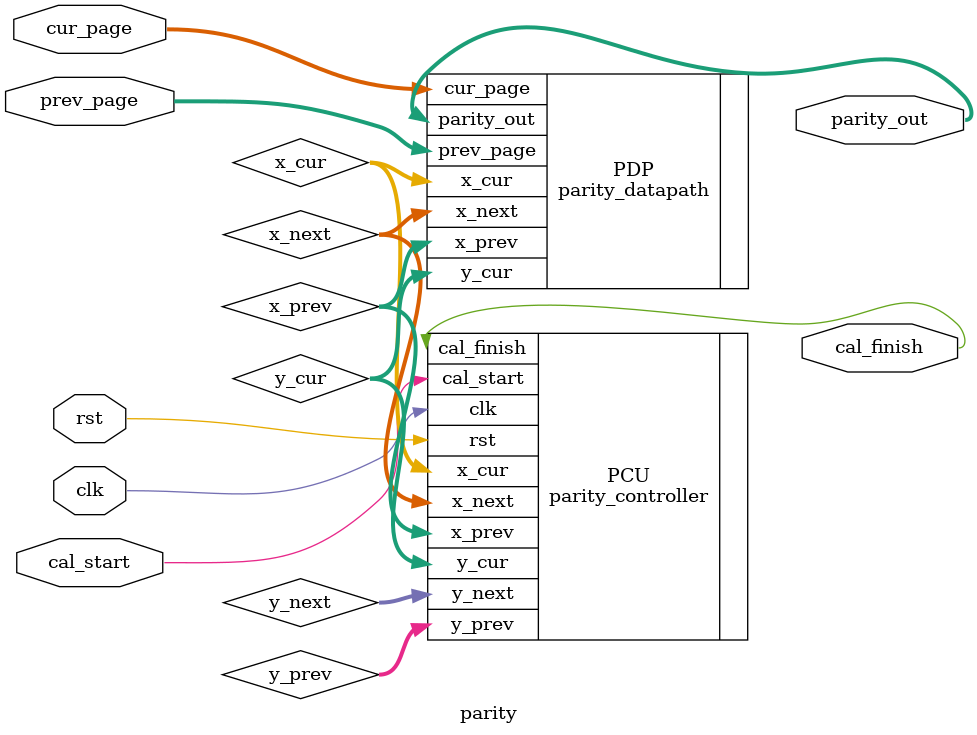
<source format=v>
`timescale 1ns/1ns

module parity(clk, rst, cal_start, cal_finish, cur_page, prev_page, parity_out);

    input clk, rst, cal_start;
    input [0:24] cur_page;
    input [0:24] prev_page;

    output cal_finish;
    output [0:24] parity_out;

    wire [2:0] x_prev, x_cur, x_next;
    wire [2:0] y_prev, y_cur, y_next;

    parity_datapath PDP(.cur_page(cur_page), .prev_page(prev_page),
                        .x_prev(x_prev), .x_cur(x_cur), .x_next(x_next),
                        .y_cur(y_cur),
                        .parity_out(parity_out));
    
    parity_controller PCU(.clk(clk), .rst(rst), 
                        .cal_start(cal_start), .cal_finish(cal_finish),
                        .x_prev(x_prev), .x_cur(x_cur), .x_next(x_next),
                        .y_prev(y_prev), .y_cur(y_cur), .y_next(y_next));

endmodule
</source>
